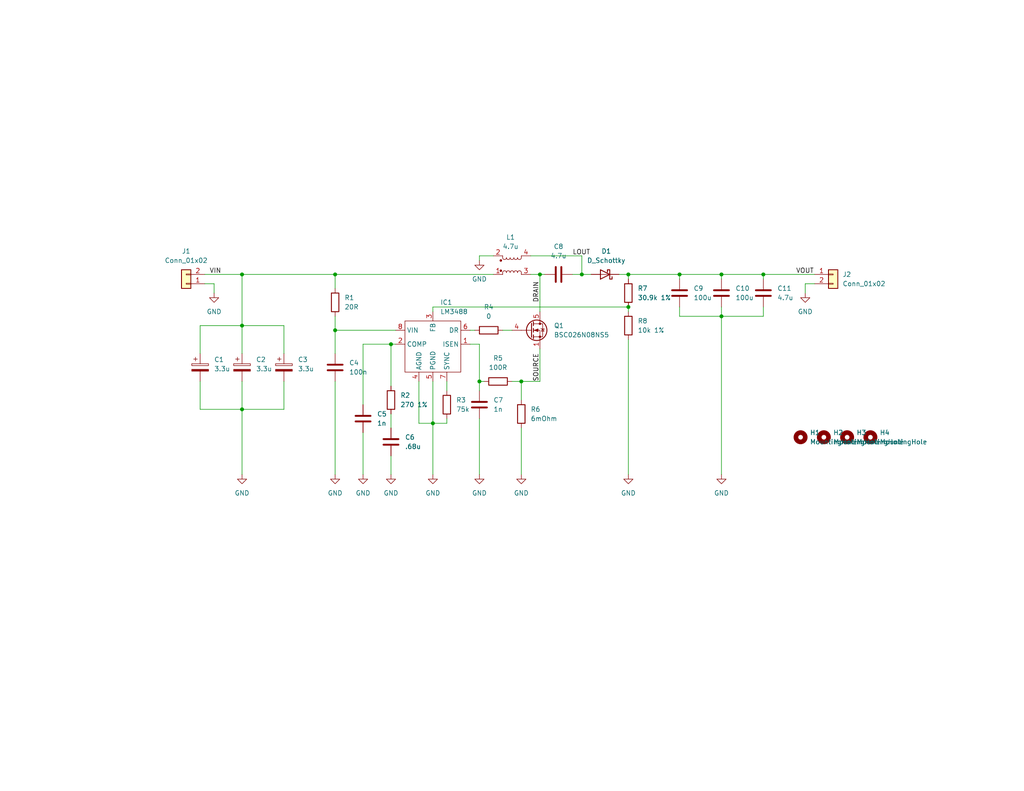
<source format=kicad_sch>
(kicad_sch (version 20211123) (generator eeschema)
  (paper "USLetter")
  (title_block (title "Cold Start Power Supply") (date "2024-03-04") (rev "B"))
  (lib_symbols
    (symbol "Connector_Generic:Conn_01x02" (pin_names (offset 1.016) hide)
      (property "Reference" "J" (at 0 2.54 0))
      (property "Value" "Conn_01x02" (at 0 -5.08 0))
      (symbol "Conn_01x02_1_1"
        (rectangle (start -1.27 -2.413) (end 0 -2.667) (stroke (width 0.1524)))
        (rectangle (start -1.27 0.127) (end 0 -0.127) (stroke (width 0.1524)))
        (rectangle (start -1.27 1.27) (end 1.27 -3.81) (stroke (width 0.254)) (fill (type background)))
        (pin passive line (at -5.08 0 0) (length 3.81) (name "Pin_1") (number "1"))
        (pin passive line (at -5.08 -2.54 0) (length 3.81) (name "Pin_2") (number "2"))
      )
    )
    (symbol "Device:C" (pin_numbers hide) (pin_names (offset 0.254))
      (property "Reference" "C" (at 0.635 2.54 0))
      (property "Value" "C" (at 0.635 -2.54 0))
      (symbol "C_0_1"
        (polyline (pts (xy -2.032 -0.762) (xy 2.032 -0.762)) (stroke (width 0.508)))
        (polyline (pts (xy -2.032 0.762) (xy 2.032 0.762)) (stroke (width 0.508)))
      )
      (symbol "C_1_1"
        (pin passive line (at 0 3.81 270) (length 2.794) (name "~") (number "1"))
        (pin passive line (at 0 -3.81 90) (length 2.794) (name "~") (number "2"))
      )
    )
    (symbol "Device:C_Polarized" (pin_numbers hide) (pin_names (offset 0.254))
      (property "Reference" "C" (at 0.635 2.54 0))
      (property "Value" "C_Polarized" (at 0.635 -2.54 0))
      (symbol "C_Polarized_0_1"
        (rectangle (start -2.286 0.508) (end 2.286 1.016))
        (polyline (pts (xy -1.778 2.286) (xy -0.762 2.286)))
        (polyline (pts (xy -1.27 2.794) (xy -1.27 1.778)))
        (rectangle (start 2.286 -0.508) (end -2.286 -1.016) (fill (type outline)))
      )
      (symbol "C_Polarized_1_1"
        (pin passive line (at 0 3.81 270) (length 2.794) (name "~") (number "1"))
        (pin passive line (at 0 -3.81 90) (length 2.794) (name "~") (number "2"))
      )
    )
    (symbol "Device:D_Schottky" (pin_numbers hide) (pin_names (offset 1.016) hide)
      (property "Reference" "D" (at 0 2.54 0))
      (property "Value" "D_Schottky" (at 0 -2.54 0))
      (symbol "D_Schottky_0_1"
        (polyline (pts (xy 1.27 0) (xy -1.27 0)))
        (polyline (pts (xy 1.27 1.27) (xy 1.27 -1.27) (xy -1.27 0) (xy 1.27 1.27)) (stroke (width 0.254)))
        (polyline (pts (xy -1.905 0.635) (xy -1.905 1.27) (xy -1.27 1.27) (xy -1.27 -1.27) (xy -0.635 -1.27) (xy -0.635 -0.635)) (stroke (width 0.254)))
      )
      (symbol "D_Schottky_1_1"
        (pin passive line (at -3.81 0 0) (length 2.54) (name "K") (number "1"))
        (pin passive line (at 3.81 0 180) (length 2.54) (name "A") (number "2"))
      )
    )
    (symbol "Device:L_Coupled_1324" (pin_names (offset 0.254) hide)
      (property "Reference" "L" (at 0 4.445 0))
      (property "Value" "L_Coupled_1324" (at 0 -4.445 0))
      (symbol "L_Coupled_1324_0_1"
        (circle (center -3.048 -1.27) (radius 0.254) (fill (type outline)))
        (circle (center -3.048 1.524) (radius 0.254) (fill (type outline)))
        (arc (start -2.54 2.032) (mid -2.032 1.524) (end -1.524 2.032))
        (arc (start -1.524 -2.032) (mid -2.032 -1.524) (end -2.54 -2.032))
        (arc (start -1.524 2.032) (mid -1.016 1.524) (end -0.508 2.032))
        (arc (start -0.508 -2.032) (mid -1.016 -1.524) (end -1.524 -2.032))
        (arc (start -0.508 2.032) (mid 0 1.524) (end 0.508 2.032))
        (polyline (pts (xy -2.54 -2.032) (xy -2.54 -2.54)))
        (polyline (pts (xy -2.54 2.032) (xy -2.54 2.54)))
        (polyline (pts (xy 2.54 -2.032) (xy 2.54 -2.54)))
        (polyline (pts (xy 2.54 2.54) (xy 2.54 2.032)))
        (arc (start 0.508 -2.032) (mid 0 -1.524) (end -0.508 -2.032))
        (arc (start 0.508 2.032) (mid 1.016 1.524) (end 1.524 2.032))
        (arc (start 1.524 -2.032) (mid 1.016 -1.524) (end 0.508 -2.032))
        (arc (start 1.524 2.032) (mid 2.032 1.524) (end 2.54 2.032))
        (arc (start 2.54 -2.032) (mid 2.032 -1.524) (end 1.524 -2.032))
      )
      (symbol "L_Coupled_1324_1_1"
        (pin passive line (at -5.08 2.54 0) (length 2.54) (name "1") (number "1"))
        (pin passive line (at -5.08 -2.54 0) (length 2.54) (name "2") (number "2"))
        (pin passive line (at 5.08 2.54 180) (length 2.54) (name "3") (number "3"))
        (pin passive line (at 5.08 -2.54 180) (length 2.54) (name "4") (number "4"))
      )
    )
    (symbol "Device:R" (pin_numbers hide) (pin_names (offset 0))
      (property "Reference" "R" (at 2.032 0 90))
      (property "Value" "R" (at 0 0 90))
      (symbol "R_0_1"
        (rectangle (start -1.016 -2.54) (end 1.016 2.54) (stroke (width 0.254)))
      )
      (symbol "R_1_1"
        (pin passive line (at 0 3.81 270) (length 1.27) (name "~") (number "1"))
        (pin passive line (at 0 -3.81 90) (length 1.27) (name "~") (number "2"))
      )
    )
    (symbol "Mechanical:MountingHole" (pin_names (offset 1.016))
      (property "Reference" "H" (at 0 5.08 0))
      (property "Value" "MountingHole" (at 0 3.175 0))
      (symbol "MountingHole_0_1"
        (circle (center 0 0) (radius 1.27) (stroke (width 1.27)))
      )
    )
    (symbol "Transistor_FET:BSC026N08NS5" (pin_names hide)
      (property "Reference" "Q" (at 5.08 1.905 0))
      (property "Value" "BSC026N08NS5" (at 5.08 0 0))
      (symbol "BSC026N08NS5_0_1"
        (polyline (pts (xy 0.254 0) (xy -2.54 0)))
        (polyline (pts (xy 0.254 1.905) (xy 0.254 -1.905)) (stroke (width 0.254)))
        (polyline (pts (xy 0.762 -1.27) (xy 0.762 -2.286)) (stroke (width 0.254)))
        (polyline (pts (xy 0.762 0.508) (xy 0.762 -0.508)) (stroke (width 0.254)))
        (polyline (pts (xy 0.762 2.286) (xy 0.762 1.27)) (stroke (width 0.254)))
        (polyline (pts (xy 2.54 2.54) (xy 2.54 1.778)))
        (polyline (pts (xy 2.54 -2.54) (xy 2.54 0) (xy 0.762 0)))
        (polyline (pts (xy 0.762 -1.778) (xy 3.302 -1.778) (xy 3.302 1.778) (xy 0.762 1.778)))
        (polyline (pts (xy 1.016 0) (xy 2.032 0.381) (xy 2.032 -0.381) (xy 1.016 0)) (fill (type outline)))
        (polyline (pts (xy 2.794 0.508) (xy 2.921 0.381) (xy 3.683 0.381) (xy 3.81 0.254)))
        (polyline (pts (xy 3.302 0.381) (xy 2.921 -0.254) (xy 3.683 -0.254) (xy 3.302 0.381)))
        (circle (center 1.651 0) (radius 2.794) (stroke (width 0.254)))
        (circle (center 2.54 -1.778) (radius 0.254) (fill (type outline)))
        (circle (center 2.54 1.778) (radius 0.254) (fill (type outline)))
      )
      (symbol "BSC026N08NS5_1_1"
        (pin passive line (at 2.54 -5.08 90) (length 2.54) (name "S") (number "1"))
        (pin passive line (at 2.54 -5.08 90) (length 2.54) hide (name "S") (number "2"))
        (pin passive line (at 2.54 -5.08 90) (length 2.54) hide (name "S") (number "3"))
        (pin passive line (at -5.08 0 0) (length 2.54) (name "G") (number "4"))
        (pin passive line (at 2.54 5.08 270) (length 2.54) (name "D") (number "5"))
      )
    )
    (symbol "power:GND" (power) (pin_names (offset 0))
      (property "Value" "GND" (at 0 -3.81 0))
      (symbol "GND_0_1"
        (polyline (pts (xy 0 0) (xy 0 -1.27) (xy 1.27 -1.27) (xy 0 -2.54) (xy -1.27 -1.27) (xy 0 -1.27)))
      )
      (symbol "GND_1_1"
        (pin power_in line (at 0 0 270) (length 0) hide (name "GND") (number "1"))
      )
    )
    (symbol "volvodash:LM3488"
      (property "Reference" "IC" (at -7.366 7.62 0))
      (property "Value" "LM3488" (at 4.572 7.62 0))
      (symbol "LM3488_0_1"
        (rectangle (start -7.62 6.35) (end 7.62 -7.62))
      )
      (symbol "LM3488_1_1"
        (pin input line (at 10.16 0 180) (length 2.54) (name "ISEN") (number "1"))
        (pin input line (at -10.16 0 0) (length 2.54) (name "COMP") (number "2"))
        (pin input line (at 0 8.89 270) (length 2.54) (name "FB") (number "3"))
        (pin power_in line (at -3.81 -10.16 90) (length 2.54) (name "AGND") (number "4"))
        (pin power_in line (at 0 -10.16 90) (length 2.54) (name "PGND") (number "5"))
        (pin output line (at 10.16 3.81 180) (length 2.54) (name "DR") (number "6"))
        (pin input line (at 3.81 -10.16 90) (length 2.54) (name "SYNC") (number "7"))
        (pin power_in line (at -10.16 3.81 0) (length 2.54) (name "VIN") (number "8"))
      )
    )
  )
  (junction (at 158.75 74.93))
  (junction (at 171.45 83.82))
  (junction (at 66.04 88.9))
  (junction (at 196.85 86.36))
  (junction (at 142.24 104.14))
  (junction (at 66.04 74.93))
  (junction (at 66.04 111.76))
  (junction (at 171.45 74.93))
  (junction (at 106.68 93.98))
  (junction (at 147.32 74.93))
  (junction (at 91.44 90.17))
  (junction (at 208.28 74.93))
  (junction (at 130.81 104.14))
  (junction (at 185.42 74.93))
  (junction (at 91.44 74.93))
  (junction (at 118.11 115.57))
  (junction (at 196.85 74.93))
  (wire (pts (xy 196.85 86.36) (xy 208.28 86.36)))
  (wire (pts (xy 130.81 69.85) (xy 134.62 69.85)))
  (wire (pts (xy 142.24 116.84) (xy 142.24 129.54)))
  (wire (pts (xy 185.42 74.93) (xy 185.42 76.2)))
  (wire (pts (xy 185.42 86.36) (xy 196.85 86.36)))
  (wire (pts (xy 208.28 76.2) (xy 208.28 74.93)))
  (wire (pts (xy 99.06 93.98) (xy 106.68 93.98)))
  (wire (pts (xy 139.7 104.14) (xy 142.24 104.14)))
  (wire (pts (xy 219.71 77.47) (xy 219.71 80.01)))
  (wire (pts (xy 196.85 74.93) (xy 196.85 76.2)))
  (wire (pts (xy 99.06 118.11) (xy 99.06 129.54)))
  (wire (pts (xy 121.92 104.14) (xy 121.92 106.68)))
  (wire (pts (xy 130.81 104.14) (xy 130.81 106.68)))
  (wire (pts (xy 128.27 93.98) (xy 130.81 93.98)))
  (wire (pts (xy 130.81 93.98) (xy 130.81 104.14)))
  (wire (pts (xy 219.71 77.47) (xy 222.25 77.47)))
  (wire (pts (xy 208.28 74.93) (xy 222.25 74.93)))
  (wire (pts (xy 91.44 74.93) (xy 91.44 78.74)))
  (wire (pts (xy 118.11 85.09) (xy 118.11 83.82)))
  (wire (pts (xy 66.04 74.93) (xy 66.04 88.9)))
  (wire (pts (xy 158.75 74.93) (xy 161.29 74.93)))
  (wire (pts (xy 66.04 88.9) (xy 77.47 88.9)))
  (wire (pts (xy 91.44 90.17) (xy 91.44 86.36)))
  (wire (pts (xy 196.85 74.93) (xy 185.42 74.93)))
  (wire (pts (xy 171.45 92.71) (xy 171.45 129.54)))
  (wire (pts (xy 77.47 88.9) (xy 77.47 96.52)))
  (wire (pts (xy 185.42 83.82) (xy 185.42 86.36)))
  (wire (pts (xy 128.27 90.17) (xy 129.54 90.17)))
  (wire (pts (xy 121.92 114.3) (xy 121.92 115.57)))
  (wire (pts (xy 168.91 74.93) (xy 171.45 74.93)))
  (wire (pts (xy 55.88 74.93) (xy 66.04 74.93)))
  (wire (pts (xy 106.68 93.98) (xy 106.68 105.41)))
  (wire (pts (xy 158.75 69.85) (xy 158.75 74.93)))
  (wire (pts (xy 118.11 83.82) (xy 171.45 83.82)))
  (wire (pts (xy 55.88 77.47) (xy 58.42 77.47)))
  (wire (pts (xy 91.44 104.14) (xy 91.44 129.54)))
  (wire (pts (xy 137.16 90.17) (xy 139.7 90.17)))
  (wire (pts (xy 171.45 74.93) (xy 171.45 76.2)))
  (wire (pts (xy 196.85 83.82) (xy 196.85 86.36)))
  (wire (pts (xy 118.11 104.14) (xy 118.11 115.57)))
  (wire (pts (xy 54.61 111.76) (xy 66.04 111.76)))
  (wire (pts (xy 58.42 77.47) (xy 58.42 80.01)))
  (wire (pts (xy 171.45 83.82) (xy 171.45 85.09)))
  (wire (pts (xy 77.47 111.76) (xy 77.47 104.14)))
  (wire (pts (xy 91.44 74.93) (xy 66.04 74.93)))
  (wire (pts (xy 106.68 113.03) (xy 106.68 116.84)))
  (wire (pts (xy 156.21 74.93) (xy 158.75 74.93)))
  (wire (pts (xy 142.24 109.22) (xy 142.24 104.14)))
  (wire (pts (xy 114.3 115.57) (xy 118.11 115.57)))
  (wire (pts (xy 144.78 69.85) (xy 158.75 69.85)))
  (wire (pts (xy 185.42 74.93) (xy 171.45 74.93)))
  (wire (pts (xy 91.44 90.17) (xy 91.44 96.52)))
  (wire (pts (xy 147.32 95.25) (xy 147.32 104.14)))
  (wire (pts (xy 118.11 115.57) (xy 118.11 129.54)))
  (wire (pts (xy 66.04 111.76) (xy 77.47 111.76)))
  (wire (pts (xy 99.06 110.49) (xy 99.06 93.98)))
  (wire (pts (xy 54.61 96.52) (xy 54.61 88.9)))
  (wire (pts (xy 118.11 115.57) (xy 121.92 115.57)))
  (wire (pts (xy 114.3 104.14) (xy 114.3 115.57)))
  (wire (pts (xy 54.61 88.9) (xy 66.04 88.9)))
  (wire (pts (xy 107.95 90.17) (xy 91.44 90.17)))
  (wire (pts (xy 107.95 93.98) (xy 106.68 93.98)))
  (wire (pts (xy 54.61 104.14) (xy 54.61 111.76)))
  (wire (pts (xy 196.85 86.36) (xy 196.85 129.54)))
  (wire (pts (xy 106.68 124.46) (xy 106.68 129.54)))
  (wire (pts (xy 66.04 104.14) (xy 66.04 111.76)))
  (wire (pts (xy 147.32 104.14) (xy 142.24 104.14)))
  (wire (pts (xy 196.85 74.93) (xy 208.28 74.93)))
  (wire (pts (xy 66.04 111.76) (xy 66.04 129.54)))
  (wire (pts (xy 147.32 74.93) (xy 148.59 74.93)))
  (wire (pts (xy 130.81 114.3) (xy 130.81 129.54)))
  (wire (pts (xy 66.04 88.9) (xy 66.04 96.52)))
  (wire (pts (xy 91.44 74.93) (xy 134.62 74.93)))
  (wire (pts (xy 130.81 69.85) (xy 130.81 71.12)))
  (wire (pts (xy 147.32 74.93) (xy 147.32 85.09)))
  (wire (pts (xy 144.78 74.93) (xy 147.32 74.93)))
  (wire (pts (xy 130.81 104.14) (xy 132.08 104.14)))
  (wire (pts (xy 208.28 86.36) (xy 208.28 83.82)))
  (label "LOUT" (at 156.21 69.85 0))
  (label "DRAIN" (at 147.32 82.55 90))
  (label "VOUT" (at 217.17 74.93 0))
  (label "SOURCE" (at 147.32 104.14 90))
  (label "VIN" (at 57.15 74.93 0))
  (symbol (lib_id "Device:R") (at 106.68 109.22 0) (unit 1)
    (property "Reference" "R2" (at 109.22 107.9499 0) (effects (justify left)))
    (property "Value" "270 1%" (at 109.22 110.4899 0) (effects (justify left)))
    (property "Footprint" "Resistor_SMD:R_0603_1608Metric" (effects hide))
    (property "PN" "RC0603FR-07270RL" (effects hide))
  )
  (symbol (lib_id "Device:C") (at 130.81 110.49 0) (unit 1)
    (property "Reference" "C7" (at 134.62 109.2199 0) (effects (justify left)))
    (property "Value" "1n" (at 134.62 111.7599 0) (effects (justify left)))
    (property "Footprint" "Capacitor_SMD:C_0603_1608Metric" (effects hide))
    (property "PN" "CL10B102KB8NNWC" (effects hide))
  )
  (symbol (lib_id "Device:C") (at 152.4 74.93 270) (unit 1)
    (property "Reference" "C8" (at 152.4 67.31 90))
    (property "Value" "4.7u" (at 152.4 69.85 90))
    (property "Footprint" "Capacitor_SMD:C_0603_1608Metric" (effects hide))
    (property "PN" "CL10A475KL8NRNC" (effects hide))
  )
  (symbol (lib_id "Connector_Generic:Conn_01x02") (at 227.33 74.93 0) (unit 1)
    (property "Reference" "J2" (at 229.87 74.9299 0) (effects (justify left)))
    (property "Value" "Conn_01x02" (at 229.87 77.4699 0) (effects (justify left)))
    (property "Footprint" "Connector_Wire:SolderWire-1sqmm_1x02_P5.4mm_D1.4mm_OD2.7mm" (effects hide))
  )
  (symbol (lib_id "power:GND") (at 130.81 129.54 0) (unit 1)
    (property "Reference" "#PWR0102" (effects hide))
    (property "Value" "GND" (at 130.81 134.62 0))
  )
  (symbol (lib_id "Device:C_Polarized") (at 66.04 100.33 0) (unit 1)
    (property "Reference" "C2" (at 69.85 98.1709 0) (effects (justify left)))
    (property "Value" "3.3u" (at 69.85 100.7109 0) (effects (justify left)))
    (property "Footprint" "Capacitor_SMD:CP_Elec_5x5.3" (effects hide))
  )
  (symbol (lib_id "Device:C") (at 185.42 80.01 0) (unit 1)
    (property "Reference" "C9" (at 189.23 78.7399 0) (effects (justify left)))
    (property "Value" "100u" (at 189.23 81.2799 0) (effects (justify left)))
    (property "Footprint" "Capacitor_SMD:C_1210_3225Metric" (effects hide))
    (property "PN" "CL32A107MPVNNNE " (effects hide))
  )
  (symbol (lib_id "Device:C") (at 99.06 114.3 0) (unit 1)
    (property "Reference" "C5" (at 102.87 113.0299 0) (effects (justify left)))
    (property "Value" "1n" (at 102.87 115.5699 0) (effects (justify left)))
    (property "Footprint" "Capacitor_SMD:C_0603_1608Metric" (effects hide))
    (property "PN" "CL10B102KB8NNWC" (effects hide))
  )
  (symbol (lib_id "power:GND") (at 106.68 129.54 0) (unit 1)
    (property "Reference" "#PWR0105" (effects hide))
    (property "Value" "GND" (at 106.68 134.62 0))
  )
  (symbol (lib_id "Mechanical:MountingHole") (at 224.79 119.38 0) (unit 1)
    (property "Reference" "H2" (at 227.33 118.1099 0) (effects (justify left)))
    (property "Value" "MountingHole" (at 227.33 120.6499 0) (effects (justify left)))
    (property "Footprint" "MountingHole:MountingHole_2.2mm_M2_Pad_Via" (effects hide))
  )
  (symbol (lib_id "Connector_Generic:Conn_01x02") (at 50.8 77.47 180) (unit 1)
    (property "Reference" "J1" (at 50.8 68.58 0))
    (property "Value" "Conn_01x02" (at 50.8 71.12 0))
    (property "Footprint" "Connector_Wire:SolderWire-1sqmm_1x02_P5.4mm_D1.4mm_OD2.7mm" (effects hide))
  )
  (symbol (lib_id "power:GND") (at 58.42 80.01 0) (unit 1)
    (property "Reference" "#PWR0108" (effects hide))
    (property "Value" "GND" (at 58.42 85.09 0))
  )
  (symbol (lib_id "Mechanical:MountingHole") (at 237.49 119.38 0) (unit 1)
    (property "Reference" "H4" (at 240.03 118.1099 0) (effects (justify left)))
    (property "Value" "MountingHole" (at 240.03 120.6499 0) (effects (justify left)))
    (property "Footprint" "MountingHole:MountingHole_2.2mm_M2_Pad_Via" (effects hide))
  )
  (symbol (lib_id "Device:R") (at 133.35 90.17 90) (unit 1)
    (property "Reference" "R4" (at 133.35 83.82 90))
    (property "Value" "0" (at 133.35 86.36 90))
    (property "Footprint" "Resistor_SMD:R_0603_1608Metric" (effects hide))
  )
  (symbol (lib_id "Transistor_FET:BSC026N08NS5") (at 144.78 90.17 0) (unit 1)
    (property "Reference" "Q1" (at 151.13 88.8999 0) (effects (justify left)))
    (property "Value" "BSC026N08NS5" (at 151.13 91.4399 0) (effects (justify left)))
    (property "Footprint" "Package_TO_SOT_SMD:TDSON-8-1" (effects hide))
    (property "Datasheet" "http://www.infineon.com/dgdl/Infineon-BSC026N08NS5-DS-v02_01-EN.pdf?fileId=5546d4624ad04ef9014ae2eace7629e0" (effects hide))
    (property "PN" "DMTH6002LPS-13" (effects hide))
  )
  (symbol (lib_id "Device:D_Schottky") (at 165.1 74.93 180) (unit 1)
    (property "Reference" "D1" (at 165.4175 68.58 0))
    (property "Value" "D_Schottky" (at 165.4175 71.12 0))
    (property "Footprint" "Package_TO_SOT_SMD:TO-263-2_TabPin1" (effects hide))
    (property "PN" "STPS8H100G-TR" (effects hide))
  )
  (symbol (lib_id "Device:C") (at 91.44 100.33 0) (unit 1)
    (property "Reference" "C4" (at 95.25 99.0599 0) (effects (justify left)))
    (property "Value" "100n" (at 95.25 101.5999 0) (effects (justify left)))
    (property "Footprint" "Capacitor_SMD:C_0603_1608Metric" (effects hide))
    (property "PN" "CL10B104MB8NNNC" (effects hide))
  )
  (symbol (lib_id "Device:R") (at 142.24 113.03 0) (unit 1)
    (property "Reference" "R6" (at 144.78 111.7599 0) (effects (justify left)))
    (property "Value" "6mOhm" (at 144.78 114.2999 0) (effects (justify left)))
    (property "Footprint" "volvodash:R3216" (effects hide))
    (property "PN" "PRL1632-R006-F-T1" (effects hide))
  )
  (symbol (lib_id "power:GND") (at 99.06 129.54 0) (unit 1)
    (property "Reference" "#PWR0106" (effects hide))
    (property "Value" "GND" (at 99.06 134.62 0))
  )
  (symbol (lib_id "Device:C") (at 196.85 80.01 0) (unit 1)
    (property "Reference" "C10" (at 200.66 78.7399 0) (effects (justify left)))
    (property "Value" "100u" (at 200.66 81.2799 0) (effects (justify left)))
    (property "Footprint" "Capacitor_SMD:C_1210_3225Metric" (effects hide))
    (property "PN" "CL32A107MPVNNNE" (effects hide))
  )
  (symbol (lib_id "power:GND") (at 142.24 129.54 0) (unit 1)
    (property "Reference" "#PWR0103" (effects hide))
    (property "Value" "GND" (at 142.24 134.62 0))
  )
  (symbol (lib_id "Device:C") (at 106.68 120.65 0) (unit 1)
    (property "Reference" "C6" (at 110.49 119.3799 0) (effects (justify left)))
    (property "Value" ".68u" (at 110.49 121.9199 0) (effects (justify left)))
    (property "Footprint" "Capacitor_SMD:C_0603_1608Metric" (effects hide))
    (property "PN" "CL10B684KO8NFNC" (effects hide))
  )
  (symbol (lib_id "Device:C_Polarized") (at 54.61 100.33 0) (unit 1)
    (property "Reference" "C1" (at 58.42 98.1709 0) (effects (justify left)))
    (property "Value" "3.3u" (at 58.42 100.7109 0) (effects (justify left)))
    (property "Footprint" "Capacitor_SMD:CP_Elec_5x5.3" (effects hide))
  )
  (symbol (lib_id "power:GND") (at 219.71 80.01 0) (unit 1)
    (property "Reference" "#PWR0112" (effects hide))
    (property "Value" "GND" (at 219.71 85.09 0))
  )
  (symbol (lib_id "Device:L_Coupled_1324") (at 139.7 72.39 0) (mirror x) (unit 1)
    (property "Reference" "L1" (at 139.319 64.77 0))
    (property "Value" "4.7u" (at 139.319 67.31 0))
    (property "Footprint" "volvodash:DRQ127" (effects hide))
    (property "PN" "DRQ127-4R7-R" (effects hide))
  )
  (symbol (lib_id "power:GND") (at 171.45 129.54 0) (unit 1)
    (property "Reference" "#PWR0110" (effects hide))
    (property "Value" "GND" (at 171.45 134.62 0))
  )
  (symbol (lib_id "power:GND") (at 118.11 129.54 0) (unit 1)
    (property "Reference" "#PWR0101" (effects hide))
    (property "Value" "GND" (at 118.11 134.62 0))
  )
  (symbol (lib_id "power:GND") (at 196.85 129.54 0) (unit 1)
    (property "Reference" "#PWR0111" (effects hide))
    (property "Value" "GND" (at 196.85 134.62 0))
  )
  (symbol (lib_id "Device:R") (at 171.45 80.01 0) (unit 1)
    (property "Reference" "R7" (at 173.99 78.7399 0) (effects (justify left)))
    (property "Value" "30.9k 1%" (at 173.99 81.2799 0) (effects (justify left)))
    (property "Footprint" "Resistor_SMD:R_1206_3216Metric" (effects hide))
    (property "PN" "RC1206FR-0730K9L" (effects hide))
  )
  (symbol (lib_id "power:GND") (at 91.44 129.54 0) (unit 1)
    (property "Reference" "#PWR0107" (effects hide))
    (property "Value" "GND" (at 91.44 134.62 0))
  )
  (symbol (lib_id "volvodash:LM3488") (at 118.11 93.98 0) (unit 1)
    (property "Reference" "IC1" (at 120.1294 82.55 0) (effects (justify left)))
    (property "Value" "LM3488" (at 120.1294 85.09 0) (effects (justify left)))
    (property "Footprint" "Package_SO:MSOP-8_3x3mm_P0.65mm" (effects hide))
    (property "PN" "LM3488QMMX/NOPB" (effects hide))
  )
  (symbol (lib_id "power:GND") (at 66.04 129.54 0) (unit 1)
    (property "Reference" "#PWR0104" (effects hide))
    (property "Value" "GND" (at 66.04 134.62 0))
  )
  (symbol (lib_id "Device:R") (at 135.89 104.14 270) (unit 1)
    (property "Reference" "R5" (at 135.89 97.79 90))
    (property "Value" "100R" (at 135.89 100.33 90))
    (property "Footprint" "Resistor_SMD:R_0603_1608Metric" (effects hide))
    (property "PN" "RC0603JR-07100RL" (effects hide))
  )
  (symbol (lib_id "Device:R") (at 171.45 88.9 0) (unit 1)
    (property "Reference" "R8" (at 173.99 87.6299 0) (effects (justify left)))
    (property "Value" "10k 1%" (at 173.99 90.1699 0) (effects (justify left)))
    (property "Footprint" "Resistor_SMD:R_0603_1608Metric" (effects hide))
    (property "PN" "RC0603FR-1010KL" (effects hide))
  )
  (symbol (lib_id "Device:C_Polarized") (at 77.47 100.33 0) (unit 1)
    (property "Reference" "C3" (at 81.28 98.1709 0) (effects (justify left)))
    (property "Value" "3.3u" (at 81.28 100.7109 0) (effects (justify left)))
    (property "Footprint" "Capacitor_SMD:CP_Elec_5x5.3" (effects hide))
    (property "PN" "EEE-FK1K3R3R" (effects hide))
  )
  (symbol (lib_id "Device:C") (at 208.28 80.01 0) (unit 1)
    (property "Reference" "C11" (at 212.09 78.7399 0) (effects (justify left)))
    (property "Value" "4.7u" (at 212.09 81.2799 0) (effects (justify left)))
    (property "Footprint" "Capacitor_SMD:C_1210_3225Metric" (effects hide))
    (property "PN" "CL10A475KL8NRNC" (effects hide))
  )
  (symbol (lib_id "Mechanical:MountingHole") (at 218.44 119.38 0) (unit 1)
    (property "Reference" "H1" (at 220.98 118.1099 0) (effects (justify left)))
    (property "Value" "MountingHole" (at 220.98 120.6499 0) (effects (justify left)))
    (property "Footprint" "MountingHole:MountingHole_2.2mm_M2_Pad_Via" (effects hide))
  )
  (symbol (lib_id "Device:R") (at 121.92 110.49 180) (unit 1)
    (property "Reference" "R3" (at 124.46 109.2199 0) (effects (justify right)))
    (property "Value" "75k" (at 124.46 111.7599 0) (effects (justify right)))
    (property "Footprint" "Resistor_SMD:R_0603_1608Metric" (effects hide))
    (property "PN" "RC0603JR-0775KL" (effects hide))
  )
  (symbol (lib_id "Device:R") (at 91.44 82.55 0) (unit 1)
    (property "Reference" "R1" (at 93.98 81.2799 0) (effects (justify left)))
    (property "Value" "20R" (at 93.98 83.8199 0) (effects (justify left)))
    (property "Footprint" "Resistor_SMD:R_0603_1608Metric" (effects hide))
    (property "PN" "RC0603JR-0720RL" (effects hide))
  )
  (symbol (lib_id "Mechanical:MountingHole") (at 231.14 119.38 0) (unit 1)
    (property "Reference" "H3" (at 233.68 118.1099 0) (effects (justify left)))
    (property "Value" "MountingHole" (at 233.68 120.6499 0) (effects (justify left)))
    (property "Footprint" "MountingHole:MountingHole_2.2mm_M2_Pad_Via" (effects hide))
  )
  (symbol (lib_id "power:GND") (at 130.81 71.12 0) (unit 1)
    (property "Reference" "#PWR0109" (effects hide))
    (property "Value" "GND" (at 130.81 76.2 0))
  )
)
</source>
